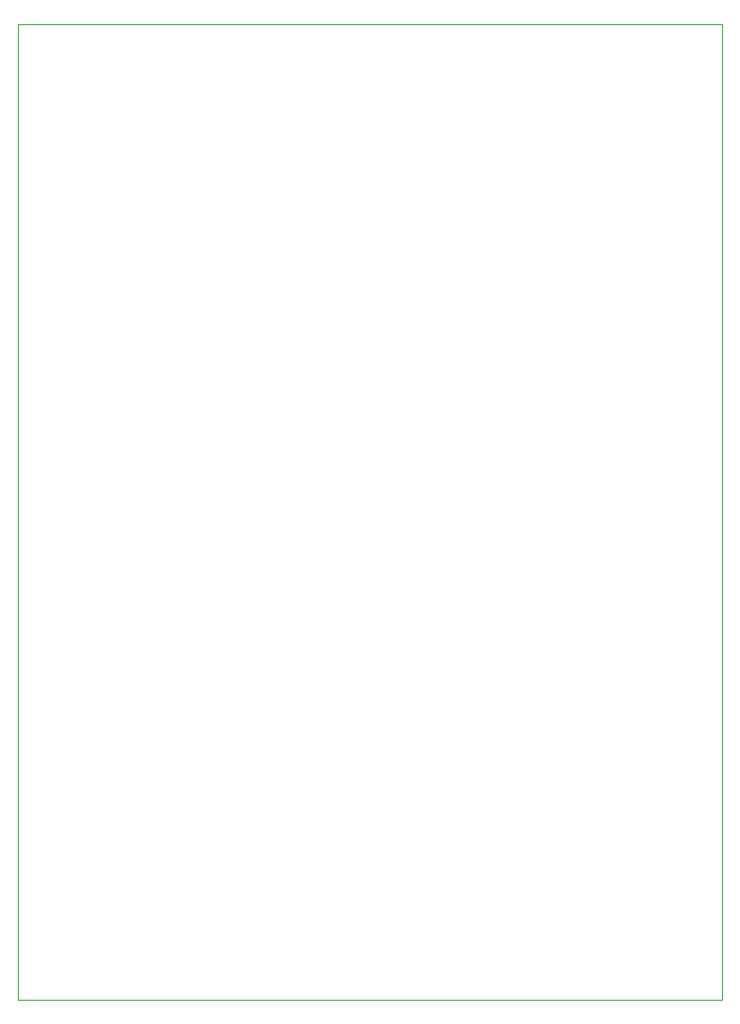
<source format=gbr>
%TF.GenerationSoftware,KiCad,Pcbnew,8.0.4*%
%TF.CreationDate,2024-09-13T06:36:19-04:00*%
%TF.ProjectId,UpTime,55705469-6d65-42e6-9b69-6361645f7063,rev?*%
%TF.SameCoordinates,Original*%
%TF.FileFunction,Profile,NP*%
%FSLAX46Y46*%
G04 Gerber Fmt 4.6, Leading zero omitted, Abs format (unit mm)*
G04 Created by KiCad (PCBNEW 8.0.4) date 2024-09-13 06:36:19*
%MOMM*%
%LPD*%
G01*
G04 APERTURE LIST*
%TA.AperFunction,Profile*%
%ADD10C,0.050000*%
%TD*%
G04 APERTURE END LIST*
D10*
X116000000Y-52500000D02*
X182500000Y-52500000D01*
X182500000Y-144500000D01*
X116000000Y-144500000D01*
X116000000Y-52500000D01*
M02*

</source>
